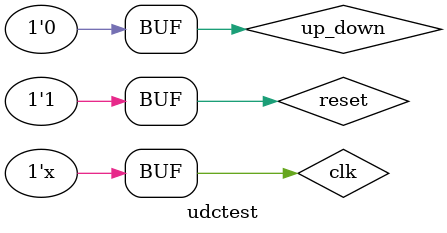
<source format=v>
`timescale 1ns / 1ps
module udctest;

	// Inputs
	reg clk;
	reg reset;
	reg up_down;

	// Outputs
	wire [7:0] count;

	// Instantiate the Unit Under Test (UUT)
	udc uut (
		.clk(clk), 
		.reset(reset), 
		.up_down(up_down), 
		.count(count)
	);
always #100 clk=~clk;
	initial begin
		// Initialize Inputs
		clk = 0;
		reset = 0;
		up_down = 0;

		// Wait 100 ns for global reset to finish
		#100;reset=0;up_down=1;
		#100;reset=1;up_down=0;
        
		// Add stimulus here

	end
      
endmodule


</source>
